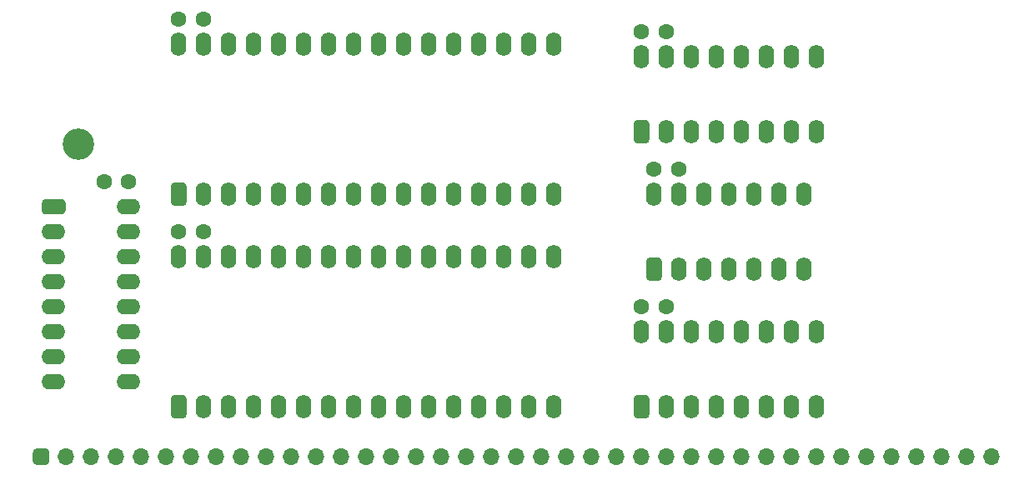
<source format=gbr>
%TF.GenerationSoftware,KiCad,Pcbnew,(5.1.9)-1*%
%TF.CreationDate,2021-04-05T02:41:22-07:00*%
%TF.ProjectId,rc-1024k,72632d31-3032-4346-9b2e-6b696361645f,rev?*%
%TF.SameCoordinates,PX9157080PY9071968*%
%TF.FileFunction,Soldermask,Top*%
%TF.FilePolarity,Negative*%
%FSLAX46Y46*%
G04 Gerber Fmt 4.6, Leading zero omitted, Abs format (unit mm)*
G04 Created by KiCad (PCBNEW (5.1.9)-1) date 2021-04-05 02:41:22*
%MOMM*%
%LPD*%
G01*
G04 APERTURE LIST*
%ADD10O,1.600000X2.400000*%
%ADD11O,1.700000X1.700000*%
%ADD12O,2.400000X1.600000*%
%ADD13C,1.600000*%
%ADD14C,3.200000*%
G04 APERTURE END LIST*
D10*
%TO.C,U2*%
X15240000Y21920200D03*
X53340000Y6680200D03*
X17780000Y21920200D03*
X50800000Y6680200D03*
X20320000Y21920200D03*
X48260000Y6680200D03*
X22860000Y21920200D03*
X45720000Y6680200D03*
X25400000Y21920200D03*
X43180000Y6680200D03*
X27940000Y21920200D03*
X40640000Y6680200D03*
X30480000Y21920200D03*
X38100000Y6680200D03*
X33020000Y21920200D03*
X35560000Y6680200D03*
X35560000Y21920200D03*
X33020000Y6680200D03*
X38100000Y21920200D03*
X30480000Y6680200D03*
X40640000Y21920200D03*
X27940000Y6680200D03*
X43180000Y21920200D03*
X25400000Y6680200D03*
X45720000Y21920200D03*
X22860000Y6680200D03*
X48260000Y21920200D03*
X20320000Y6680200D03*
X50800000Y21920200D03*
X17780000Y6680200D03*
X53340000Y21920200D03*
G36*
G01*
X15640000Y5480200D02*
X14840000Y5480200D01*
G75*
G02*
X14440000Y5880200I0J400000D01*
G01*
X14440000Y7480200D01*
G75*
G02*
X14840000Y7880200I400000J0D01*
G01*
X15640000Y7880200D01*
G75*
G02*
X16040000Y7480200I0J-400000D01*
G01*
X16040000Y5880200D01*
G75*
G02*
X15640000Y5480200I-400000J0D01*
G01*
G37*
%TD*%
D11*
%TO.C,J1*%
X97790000Y1600200D03*
X95250000Y1600200D03*
X92710000Y1600200D03*
X90170000Y1600200D03*
X87630000Y1600200D03*
X85090000Y1600200D03*
X82550000Y1600200D03*
X80010000Y1600200D03*
X77470000Y1600200D03*
X74930000Y1600200D03*
X72390000Y1600200D03*
X69850000Y1600200D03*
X67310000Y1600200D03*
X64770000Y1600200D03*
X62230000Y1600200D03*
X59690000Y1600200D03*
X57150000Y1600200D03*
X54610000Y1600200D03*
X52070000Y1600200D03*
X49530000Y1600200D03*
X46990000Y1600200D03*
X44450000Y1600200D03*
X41910000Y1600200D03*
X39370000Y1600200D03*
X36830000Y1600200D03*
X34290000Y1600200D03*
X31750000Y1600200D03*
X29210000Y1600200D03*
X26670000Y1600200D03*
X24130000Y1600200D03*
X21590000Y1600200D03*
X19050000Y1600200D03*
X16510000Y1600200D03*
X13970000Y1600200D03*
X11430000Y1600200D03*
X8890000Y1600200D03*
X6350000Y1600200D03*
X3810000Y1600200D03*
G36*
G01*
X1695000Y750200D02*
X845000Y750200D01*
G75*
G02*
X420000Y1175200I0J425000D01*
G01*
X420000Y2025200D01*
G75*
G02*
X845000Y2450200I425000J0D01*
G01*
X1695000Y2450200D01*
G75*
G02*
X2120000Y2025200I0J-425000D01*
G01*
X2120000Y1175200D01*
G75*
G02*
X1695000Y750200I-425000J0D01*
G01*
G37*
%TD*%
D10*
%TO.C,U1*%
X15240000Y43510200D03*
X53340000Y28270200D03*
X17780000Y43510200D03*
X50800000Y28270200D03*
X20320000Y43510200D03*
X48260000Y28270200D03*
X22860000Y43510200D03*
X45720000Y28270200D03*
X25400000Y43510200D03*
X43180000Y28270200D03*
X27940000Y43510200D03*
X40640000Y28270200D03*
X30480000Y43510200D03*
X38100000Y28270200D03*
X33020000Y43510200D03*
X35560000Y28270200D03*
X35560000Y43510200D03*
X33020000Y28270200D03*
X38100000Y43510200D03*
X30480000Y28270200D03*
X40640000Y43510200D03*
X27940000Y28270200D03*
X43180000Y43510200D03*
X25400000Y28270200D03*
X45720000Y43510200D03*
X22860000Y28270200D03*
X48260000Y43510200D03*
X20320000Y28270200D03*
X50800000Y43510200D03*
X17780000Y28270200D03*
X53340000Y43510200D03*
G36*
G01*
X15640000Y27070200D02*
X14840000Y27070200D01*
G75*
G02*
X14440000Y27470200I0J400000D01*
G01*
X14440000Y29070200D01*
G75*
G02*
X14840000Y29470200I400000J0D01*
G01*
X15640000Y29470200D01*
G75*
G02*
X16040000Y29070200I0J-400000D01*
G01*
X16040000Y27470200D01*
G75*
G02*
X15640000Y27070200I-400000J0D01*
G01*
G37*
%TD*%
%TO.C,U5*%
X63500000Y28270200D03*
X78740000Y20650200D03*
X66040000Y28270200D03*
X76200000Y20650200D03*
X68580000Y28270200D03*
X73660000Y20650200D03*
X71120000Y28270200D03*
X71120000Y20650200D03*
X73660000Y28270200D03*
X68580000Y20650200D03*
X76200000Y28270200D03*
X66040000Y20650200D03*
X78740000Y28270200D03*
G36*
G01*
X63900000Y19450200D02*
X63100000Y19450200D01*
G75*
G02*
X62700000Y19850200I0J400000D01*
G01*
X62700000Y21450200D01*
G75*
G02*
X63100000Y21850200I400000J0D01*
G01*
X63900000Y21850200D01*
G75*
G02*
X64300000Y21450200I0J-400000D01*
G01*
X64300000Y19850200D01*
G75*
G02*
X63900000Y19450200I-400000J0D01*
G01*
G37*
%TD*%
%TO.C,U4*%
X62230000Y14300200D03*
X80010000Y6680200D03*
X64770000Y14300200D03*
X77470000Y6680200D03*
X67310000Y14300200D03*
X74930000Y6680200D03*
X69850000Y14300200D03*
X72390000Y6680200D03*
X72390000Y14300200D03*
X69850000Y6680200D03*
X74930000Y14300200D03*
X67310000Y6680200D03*
X77470000Y14300200D03*
X64770000Y6680200D03*
X80010000Y14300200D03*
G36*
G01*
X62630000Y5480200D02*
X61830000Y5480200D01*
G75*
G02*
X61430000Y5880200I0J400000D01*
G01*
X61430000Y7480200D01*
G75*
G02*
X61830000Y7880200I400000J0D01*
G01*
X62630000Y7880200D01*
G75*
G02*
X63030000Y7480200I0J-400000D01*
G01*
X63030000Y5880200D01*
G75*
G02*
X62630000Y5480200I-400000J0D01*
G01*
G37*
%TD*%
%TO.C,U3*%
G36*
G01*
X1340000Y26600200D02*
X1340000Y27400200D01*
G75*
G02*
X1740000Y27800200I400000J0D01*
G01*
X3340000Y27800200D01*
G75*
G02*
X3740000Y27400200I0J-400000D01*
G01*
X3740000Y26600200D01*
G75*
G02*
X3340000Y26200200I-400000J0D01*
G01*
X1740000Y26200200D01*
G75*
G02*
X1340000Y26600200I0J400000D01*
G01*
G37*
D12*
X10160000Y9220200D03*
X2540000Y24460200D03*
X10160000Y11760200D03*
X2540000Y21920200D03*
X10160000Y14300200D03*
X2540000Y19380200D03*
X10160000Y16840200D03*
X2540000Y16840200D03*
X10160000Y19380200D03*
X2540000Y14300200D03*
X10160000Y21920200D03*
X2540000Y11760200D03*
X10160000Y24460200D03*
X2540000Y9220200D03*
X10160000Y27000200D03*
%TD*%
D10*
%TO.C,U6*%
X62230000Y42240200D03*
X80010000Y34620200D03*
X64770000Y42240200D03*
X77470000Y34620200D03*
X67310000Y42240200D03*
X74930000Y34620200D03*
X69850000Y42240200D03*
X72390000Y34620200D03*
X72390000Y42240200D03*
X69850000Y34620200D03*
X74930000Y42240200D03*
X67310000Y34620200D03*
X77470000Y42240200D03*
X64770000Y34620200D03*
X80010000Y42240200D03*
G36*
G01*
X62630000Y33420200D02*
X61830000Y33420200D01*
G75*
G02*
X61430000Y33820200I0J400000D01*
G01*
X61430000Y35420200D01*
G75*
G02*
X61830000Y35820200I400000J0D01*
G01*
X62630000Y35820200D01*
G75*
G02*
X63030000Y35420200I0J-400000D01*
G01*
X63030000Y33820200D01*
G75*
G02*
X62630000Y33420200I-400000J0D01*
G01*
G37*
%TD*%
D13*
%TO.C,C6*%
X64730000Y44780200D03*
X62230000Y44780200D03*
%TD*%
%TO.C,C5*%
X63500000Y30810200D03*
X66000000Y30810200D03*
%TD*%
%TO.C,C4*%
X62230000Y16840200D03*
X64730000Y16840200D03*
%TD*%
%TO.C,C3*%
X7660000Y29540200D03*
X10160000Y29540200D03*
%TD*%
%TO.C,C2*%
X17740000Y24460200D03*
X15240000Y24460200D03*
%TD*%
%TO.C,C1*%
X17740000Y46050200D03*
X15240000Y46050200D03*
%TD*%
D14*
%TO.C,*%
X5080000Y33350200D03*
%TD*%
M02*

</source>
